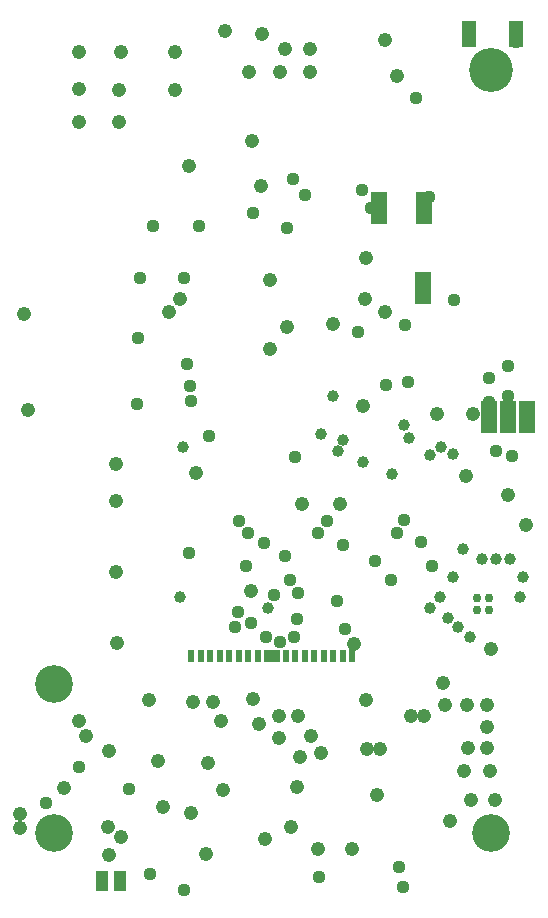
<source format=gbs>
G75*
G70*
%OFA0B0*%
%FSLAX24Y24*%
%IPPOS*%
%LPD*%
%AMOC8*
5,1,8,0,0,1.08239X$1,22.5*
%
%ADD10C,0.1261*%
%ADD11R,0.0480X0.0860*%
%ADD12R,0.0580X0.1080*%
%ADD13C,0.0300*%
%ADD14R,0.0395X0.0336*%
%ADD15R,0.0240X0.0400*%
%ADD16C,0.0476*%
%ADD17C,0.0437*%
%ADD18C,0.0397*%
%ADD19C,0.1464*%
D10*
X015203Y009988D03*
X015223Y014949D03*
X029770Y009988D03*
D11*
X029042Y036602D03*
X030617Y036602D03*
D12*
X027546Y030815D03*
X026050Y030815D03*
X027507Y028138D03*
X029711Y023846D03*
X030341Y023846D03*
X030971Y023846D03*
D13*
X029721Y017833D03*
X029308Y017833D03*
X029308Y017419D03*
X029721Y017419D03*
D14*
X017408Y008541D03*
X017408Y008207D03*
X016818Y008207D03*
X016818Y008541D03*
D15*
X019790Y015894D03*
X020105Y015894D03*
X020420Y015894D03*
X020735Y015894D03*
X021050Y015894D03*
X021365Y015894D03*
X021680Y015894D03*
X021995Y015894D03*
X022310Y015894D03*
X022625Y015894D03*
X022940Y015894D03*
X023255Y015894D03*
X023570Y015894D03*
X023885Y015894D03*
X024199Y015894D03*
X024514Y015894D03*
X024829Y015894D03*
X025144Y015894D03*
D16*
X014081Y010146D03*
X014081Y010618D03*
X015527Y011478D03*
X016995Y010185D03*
X017448Y009840D03*
X017034Y009240D03*
X018839Y010848D03*
X019790Y010657D03*
X020826Y011403D03*
X020341Y012311D03*
X020774Y013728D03*
X020499Y014358D03*
X019829Y014358D03*
X018375Y014418D03*
X017055Y012733D03*
X016286Y013217D03*
X016050Y013728D03*
X017310Y016327D03*
X017270Y018689D03*
X017270Y021051D03*
X017270Y022272D03*
X019948Y021996D03*
X023476Y020960D03*
X024750Y020938D03*
X025499Y024201D03*
X027979Y023965D03*
X029160Y023965D03*
X028924Y021878D03*
X030341Y021248D03*
X030932Y020264D03*
X029783Y016114D03*
X029656Y014240D03*
X028987Y014240D03*
X028255Y014240D03*
X028176Y014988D03*
X027546Y013886D03*
X027113Y013886D03*
X026089Y012783D03*
X025656Y012783D03*
X024121Y012665D03*
X023766Y013217D03*
X023333Y013886D03*
X022703Y013886D03*
X022034Y013610D03*
X022703Y013138D03*
X023412Y012508D03*
X023294Y011524D03*
X023097Y010185D03*
X022251Y009780D03*
X024003Y009437D03*
X025144Y009437D03*
X025970Y011246D03*
X028412Y010382D03*
X029121Y011091D03*
X029908Y011091D03*
X029736Y012035D03*
X029647Y012823D03*
X029003Y012823D03*
X029644Y013531D03*
X028869Y012035D03*
X025597Y014417D03*
X025223Y016287D03*
X021837Y014437D03*
X018688Y012390D03*
X020262Y009280D03*
X021759Y018059D03*
X014357Y024083D03*
X014199Y027272D03*
X019042Y027350D03*
X019396Y027783D03*
X022419Y028431D03*
X022958Y026849D03*
X022407Y026131D03*
X024506Y026935D03*
X025577Y027783D03*
X026247Y027350D03*
X025608Y029140D03*
X022113Y031548D03*
X021798Y033059D03*
X019703Y032211D03*
X017388Y033689D03*
X017388Y034752D03*
X017428Y036012D03*
X016050Y036012D03*
X016050Y034791D03*
X016050Y033689D03*
X019239Y034752D03*
X019239Y036012D03*
X020892Y036720D03*
X022152Y036602D03*
X022900Y036130D03*
X022743Y035343D03*
X021719Y035343D03*
X023727Y035343D03*
X023727Y036130D03*
X026247Y036406D03*
X026640Y035224D03*
D17*
X027270Y034476D03*
X029042Y036602D03*
X030617Y036366D03*
X027703Y031169D03*
X025774Y030815D03*
X025459Y031406D03*
X023562Y031265D03*
X023176Y031799D03*
X022983Y030139D03*
X021837Y030657D03*
X020026Y030224D03*
X018491Y030224D03*
X018058Y028492D03*
X019554Y028492D03*
X018018Y026484D03*
X019633Y025618D03*
X019751Y024870D03*
X019790Y024398D03*
X020381Y023217D03*
X017979Y024280D03*
X021365Y020382D03*
X021660Y019969D03*
X022192Y019634D03*
X022900Y019201D03*
X023058Y018413D03*
X023333Y017980D03*
X022546Y017902D03*
X023294Y017114D03*
X023215Y016524D03*
X022743Y016366D03*
X022270Y016524D03*
X021759Y016996D03*
X021247Y016839D03*
X021325Y017350D03*
X021601Y018886D03*
X019711Y019319D03*
X022467Y015894D03*
X024908Y016799D03*
X024633Y017705D03*
X025892Y019043D03*
X026444Y018413D03*
X027822Y018886D03*
X027428Y019673D03*
X026877Y020421D03*
X026640Y019988D03*
X024829Y019594D03*
X024318Y020382D03*
X024003Y019988D03*
X023255Y022508D03*
X026286Y024909D03*
X026995Y025028D03*
X026916Y026917D03*
X025341Y026681D03*
X028530Y027744D03*
X030341Y025539D03*
X029711Y025146D03*
X030341Y024555D03*
X029711Y024358D03*
X029948Y022705D03*
X030459Y022547D03*
X017703Y011445D03*
X016050Y012193D03*
X014948Y010972D03*
X018412Y008610D03*
X019554Y008098D03*
X024042Y008531D03*
X026719Y008846D03*
X026837Y008177D03*
D18*
X029081Y016524D03*
X028688Y016839D03*
X028333Y017154D03*
X027743Y017469D03*
X028058Y017862D03*
X028491Y018531D03*
X028845Y019437D03*
X029475Y019122D03*
X029948Y019122D03*
X030420Y019122D03*
X030853Y018531D03*
X030735Y017862D03*
X028491Y022626D03*
X028097Y022862D03*
X027743Y022587D03*
X027034Y023138D03*
X026877Y023571D03*
X026483Y021957D03*
X025499Y022350D03*
X024672Y022705D03*
X024829Y023098D03*
X024121Y023295D03*
X024514Y024555D03*
X019514Y022862D03*
X019396Y017862D03*
X022349Y017469D03*
D19*
X029790Y035421D03*
M02*

</source>
